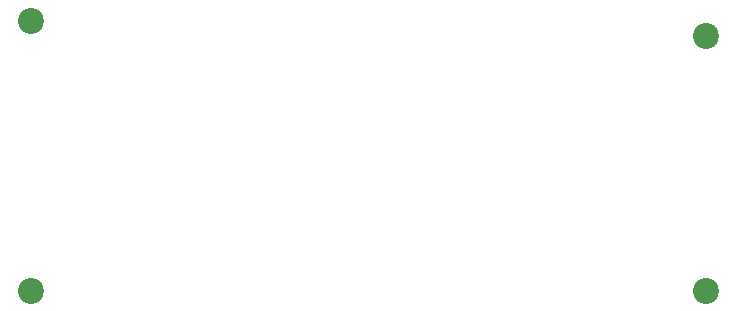
<source format=gbr>
%TF.GenerationSoftware,KiCad,Pcbnew,7.0.8*%
%TF.CreationDate,2025-03-19T21:09:48+05:30*%
%TF.ProjectId,stm32_pcb_design,73746d33-325f-4706-9362-5f6465736967,rev?*%
%TF.SameCoordinates,Original*%
%TF.FileFunction,NonPlated,1,2,NPTH,Drill*%
%TF.FilePolarity,Positive*%
%FSLAX46Y46*%
G04 Gerber Fmt 4.6, Leading zero omitted, Abs format (unit mm)*
G04 Created by KiCad (PCBNEW 7.0.8) date 2025-03-19 21:09:48*
%MOMM*%
%LPD*%
G01*
G04 APERTURE LIST*
%TA.AperFunction,ComponentDrill*%
%ADD10C,2.200000*%
%TD*%
G04 APERTURE END LIST*
D10*
%TO.C,H3*%
X116840000Y-85090000D03*
%TO.C,H4*%
X116840000Y-107950000D03*
%TO.C,H1*%
X173990000Y-86360000D03*
%TO.C,H2*%
X173990000Y-107950000D03*
M02*

</source>
